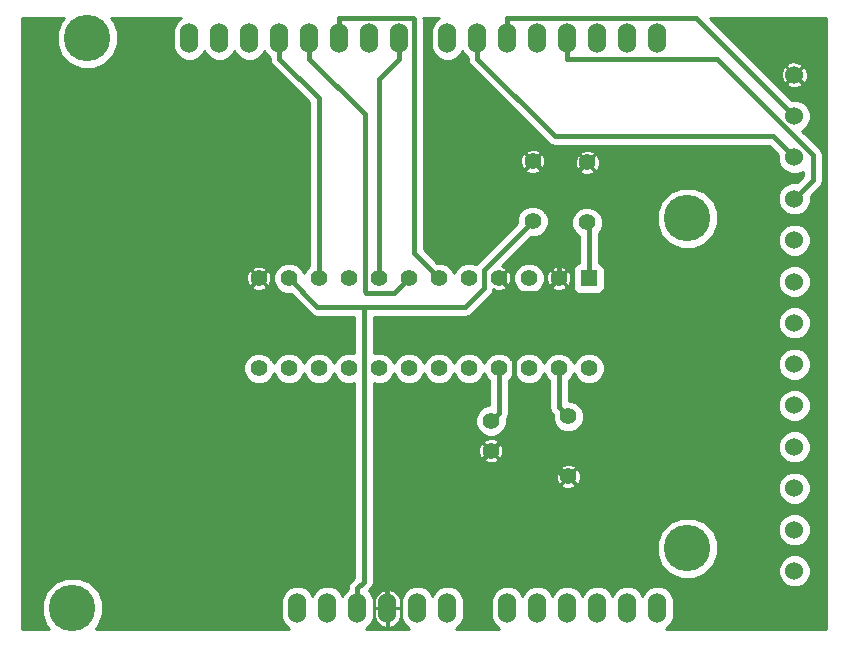
<source format=gbl>
G04 (created by PCBNEW-RS274X (2011-aug-04)-testing) date Fri 14 Sep 2012 05:32:11 PM PDT*
G01*
G70*
G90*
%MOIN*%
G04 Gerber Fmt 3.4, Leading zero omitted, Abs format*
%FSLAX34Y34*%
G04 APERTURE LIST*
%ADD10C,0.006000*%
%ADD11O,0.060000X0.100000*%
%ADD12C,0.155000*%
%ADD13R,0.055000X0.055000*%
%ADD14C,0.055000*%
%ADD15C,0.060000*%
%ADD16C,0.015000*%
%ADD17C,0.010000*%
G04 APERTURE END LIST*
G54D10*
G54D11*
X70237Y-51677D03*
X69237Y-51677D03*
X68237Y-51677D03*
X65237Y-51677D03*
X66237Y-51677D03*
X67237Y-51677D03*
X63237Y-51677D03*
X62237Y-51677D03*
X61237Y-51677D03*
X59237Y-51677D03*
X58237Y-51677D03*
X70237Y-32677D03*
X69237Y-32677D03*
X68237Y-32677D03*
X67237Y-32677D03*
X66237Y-32677D03*
X65237Y-32677D03*
X64237Y-32677D03*
X63237Y-32677D03*
X61637Y-32677D03*
X60637Y-32677D03*
X59637Y-32677D03*
X58637Y-32677D03*
X57637Y-32677D03*
X56637Y-32677D03*
X55637Y-32677D03*
X54637Y-32677D03*
X60237Y-51677D03*
G54D12*
X71237Y-49677D03*
X71237Y-38677D03*
X51237Y-32677D03*
X50737Y-51677D03*
G54D13*
X67951Y-40675D03*
G54D14*
X66951Y-40675D03*
X65951Y-40675D03*
X64951Y-40675D03*
X63951Y-40675D03*
X62951Y-40675D03*
X61951Y-40675D03*
X60951Y-40675D03*
X59951Y-40675D03*
X58951Y-40675D03*
X57951Y-40675D03*
X56951Y-40675D03*
X56951Y-43675D03*
X57951Y-43675D03*
X58951Y-43675D03*
X59951Y-43675D03*
X60951Y-43675D03*
X61951Y-43675D03*
X62951Y-43675D03*
X63951Y-43675D03*
X64951Y-43675D03*
X65951Y-43675D03*
X66951Y-43675D03*
X67951Y-43675D03*
G54D15*
X74804Y-50429D03*
X74803Y-49052D03*
X74802Y-47671D03*
X74803Y-46294D03*
X74803Y-44916D03*
X74803Y-43540D03*
X74803Y-42161D03*
X74802Y-40783D03*
X74802Y-39405D03*
X74802Y-38025D03*
X74801Y-35271D03*
X74802Y-36649D03*
X74802Y-33893D03*
G54D14*
X67264Y-45280D03*
X67264Y-47280D03*
X67894Y-38815D03*
X67894Y-36815D03*
X66083Y-38776D03*
X66083Y-36776D03*
X64685Y-45425D03*
X64685Y-46425D03*
G54D16*
X67951Y-38872D02*
X67951Y-40675D01*
X67894Y-38815D02*
X67951Y-38872D01*
X63834Y-41629D02*
X60451Y-41629D01*
X64451Y-41012D02*
X63834Y-41629D01*
X64451Y-40408D02*
X64451Y-41012D01*
X66083Y-38776D02*
X64451Y-40408D01*
X58905Y-41629D02*
X57951Y-40675D01*
X60451Y-41629D02*
X58905Y-41629D01*
X60451Y-50785D02*
X60237Y-50999D01*
X60451Y-41629D02*
X60451Y-50785D01*
X60237Y-51677D02*
X60237Y-50999D01*
X62077Y-31999D02*
X59637Y-31999D01*
X62119Y-32041D02*
X62077Y-31999D01*
X62119Y-39843D02*
X62119Y-32041D01*
X62951Y-40675D02*
X62119Y-39843D01*
X59637Y-32677D02*
X59637Y-31999D01*
X72208Y-33355D02*
X67237Y-33355D01*
X75428Y-36575D02*
X72208Y-33355D01*
X75428Y-37399D02*
X75428Y-36575D01*
X74802Y-38025D02*
X75428Y-37399D01*
X67237Y-32677D02*
X67237Y-33355D01*
X71529Y-31999D02*
X65237Y-31999D01*
X74801Y-35271D02*
X71529Y-31999D01*
X65237Y-32677D02*
X65237Y-31999D01*
X64237Y-32677D02*
X64237Y-33355D01*
X74090Y-35937D02*
X74802Y-36649D01*
X66819Y-35937D02*
X74090Y-35937D01*
X64237Y-33355D02*
X66819Y-35937D01*
X58951Y-34669D02*
X57637Y-33355D01*
X58951Y-40675D02*
X58951Y-34669D01*
X57637Y-32677D02*
X57637Y-33355D01*
X60494Y-35212D02*
X58637Y-33355D01*
X60494Y-41114D02*
X60494Y-35212D01*
X60537Y-41157D02*
X60494Y-41114D01*
X61469Y-41157D02*
X60537Y-41157D01*
X61951Y-40675D02*
X61469Y-41157D01*
X58637Y-32677D02*
X58637Y-33355D01*
X60951Y-34041D02*
X61637Y-33355D01*
X60951Y-40675D02*
X60951Y-34041D01*
X61637Y-32677D02*
X61637Y-33355D01*
X67065Y-37644D02*
X67894Y-36815D01*
X66951Y-37644D02*
X67065Y-37644D01*
X66951Y-37644D02*
X66083Y-36776D01*
X61237Y-49873D02*
X61237Y-51677D01*
X64685Y-46425D02*
X61237Y-49873D01*
X65451Y-45659D02*
X64685Y-46425D01*
X67072Y-47280D02*
X65451Y-45659D01*
X67264Y-47280D02*
X67072Y-47280D01*
X66951Y-40675D02*
X66951Y-37644D01*
X66451Y-41175D02*
X65451Y-41175D01*
X66951Y-40675D02*
X66451Y-41175D01*
X65451Y-45659D02*
X65451Y-41175D01*
X65451Y-41175D02*
X64951Y-40675D01*
X64951Y-45159D02*
X64951Y-43675D01*
X64685Y-45425D02*
X64951Y-45159D01*
X66951Y-44967D02*
X66951Y-43675D01*
X67264Y-45280D02*
X66951Y-44967D01*
G54D10*
G36*
X60126Y-50650D02*
X60007Y-50769D01*
X59937Y-50875D01*
X59912Y-50999D01*
X59912Y-51024D01*
X59780Y-51157D01*
X59737Y-51259D01*
X59695Y-51157D01*
X59543Y-51006D01*
X59345Y-50923D01*
X59130Y-50923D01*
X58931Y-51005D01*
X58780Y-51157D01*
X58737Y-51259D01*
X58695Y-51157D01*
X58543Y-51006D01*
X58345Y-50923D01*
X58130Y-50923D01*
X57931Y-51005D01*
X57780Y-51157D01*
X57697Y-51355D01*
X57697Y-51570D01*
X57697Y-51998D01*
X57779Y-52197D01*
X57931Y-52348D01*
X57940Y-52352D01*
X51511Y-52352D01*
X51605Y-52258D01*
X51762Y-51882D01*
X51762Y-51474D01*
X51606Y-51097D01*
X51318Y-50809D01*
X50942Y-50652D01*
X50534Y-50652D01*
X50157Y-50808D01*
X49869Y-51096D01*
X49712Y-51472D01*
X49712Y-51880D01*
X49868Y-52257D01*
X49963Y-52352D01*
X49045Y-52352D01*
X49045Y-31998D01*
X50467Y-31998D01*
X50369Y-32096D01*
X50212Y-32472D01*
X50212Y-32880D01*
X50368Y-33257D01*
X50656Y-33545D01*
X51032Y-33702D01*
X51440Y-33702D01*
X51817Y-33546D01*
X52105Y-33258D01*
X52262Y-32882D01*
X52262Y-32474D01*
X52106Y-32097D01*
X52007Y-31998D01*
X54347Y-31998D01*
X54331Y-32005D01*
X54180Y-32157D01*
X54097Y-32355D01*
X54097Y-32570D01*
X54097Y-32998D01*
X54179Y-33197D01*
X54331Y-33348D01*
X54529Y-33431D01*
X54744Y-33431D01*
X54943Y-33349D01*
X55094Y-33197D01*
X55136Y-33094D01*
X55179Y-33197D01*
X55331Y-33348D01*
X55529Y-33431D01*
X55744Y-33431D01*
X55943Y-33349D01*
X56094Y-33197D01*
X56136Y-33094D01*
X56179Y-33197D01*
X56331Y-33348D01*
X56529Y-33431D01*
X56744Y-33431D01*
X56943Y-33349D01*
X57094Y-33197D01*
X57136Y-33094D01*
X57179Y-33197D01*
X57312Y-33329D01*
X57312Y-33355D01*
X57337Y-33479D01*
X57407Y-33585D01*
X58626Y-34804D01*
X58626Y-40257D01*
X58506Y-40377D01*
X58450Y-40510D01*
X58396Y-40378D01*
X58249Y-40230D01*
X58056Y-40150D01*
X57847Y-40150D01*
X57654Y-40230D01*
X57506Y-40377D01*
X57426Y-40570D01*
X57426Y-40779D01*
X57506Y-40972D01*
X57653Y-41120D01*
X57846Y-41200D01*
X58016Y-41200D01*
X58675Y-41859D01*
X58780Y-41929D01*
X58781Y-41929D01*
X58905Y-41954D01*
X60126Y-41954D01*
X60126Y-43179D01*
X60056Y-43150D01*
X59847Y-43150D01*
X59654Y-43230D01*
X59506Y-43377D01*
X59450Y-43510D01*
X59396Y-43378D01*
X59249Y-43230D01*
X59056Y-43150D01*
X58847Y-43150D01*
X58654Y-43230D01*
X58506Y-43377D01*
X58450Y-43510D01*
X58396Y-43378D01*
X58249Y-43230D01*
X58056Y-43150D01*
X57847Y-43150D01*
X57654Y-43230D01*
X57506Y-43377D01*
X57450Y-43510D01*
X57396Y-43378D01*
X57369Y-43350D01*
X57369Y-40604D01*
X57310Y-40449D01*
X57297Y-40430D01*
X57228Y-40405D01*
X57221Y-40412D01*
X57221Y-40398D01*
X57196Y-40329D01*
X57045Y-40261D01*
X56880Y-40257D01*
X56725Y-40316D01*
X56706Y-40329D01*
X56681Y-40398D01*
X56951Y-40668D01*
X57221Y-40398D01*
X57221Y-40412D01*
X56958Y-40675D01*
X57228Y-40945D01*
X57297Y-40920D01*
X57365Y-40769D01*
X57369Y-40604D01*
X57369Y-43350D01*
X57249Y-43230D01*
X57221Y-43218D01*
X57221Y-40952D01*
X56951Y-40682D01*
X56944Y-40689D01*
X56944Y-40675D01*
X56674Y-40405D01*
X56605Y-40430D01*
X56537Y-40581D01*
X56533Y-40746D01*
X56592Y-40901D01*
X56605Y-40920D01*
X56674Y-40945D01*
X56944Y-40675D01*
X56944Y-40689D01*
X56681Y-40952D01*
X56706Y-41021D01*
X56857Y-41089D01*
X57022Y-41093D01*
X57177Y-41034D01*
X57196Y-41021D01*
X57221Y-40952D01*
X57221Y-43218D01*
X57056Y-43150D01*
X56847Y-43150D01*
X56654Y-43230D01*
X56506Y-43377D01*
X56426Y-43570D01*
X56426Y-43779D01*
X56506Y-43972D01*
X56653Y-44120D01*
X56846Y-44200D01*
X57055Y-44200D01*
X57248Y-44120D01*
X57396Y-43973D01*
X57451Y-43839D01*
X57506Y-43972D01*
X57653Y-44120D01*
X57846Y-44200D01*
X58055Y-44200D01*
X58248Y-44120D01*
X58396Y-43973D01*
X58451Y-43839D01*
X58506Y-43972D01*
X58653Y-44120D01*
X58846Y-44200D01*
X59055Y-44200D01*
X59248Y-44120D01*
X59396Y-43973D01*
X59451Y-43839D01*
X59506Y-43972D01*
X59653Y-44120D01*
X59846Y-44200D01*
X60055Y-44200D01*
X60126Y-44170D01*
X60126Y-50650D01*
X60126Y-50650D01*
G37*
G54D17*
X60126Y-50650D02*
X60007Y-50769D01*
X59937Y-50875D01*
X59912Y-50999D01*
X59912Y-51024D01*
X59780Y-51157D01*
X59737Y-51259D01*
X59695Y-51157D01*
X59543Y-51006D01*
X59345Y-50923D01*
X59130Y-50923D01*
X58931Y-51005D01*
X58780Y-51157D01*
X58737Y-51259D01*
X58695Y-51157D01*
X58543Y-51006D01*
X58345Y-50923D01*
X58130Y-50923D01*
X57931Y-51005D01*
X57780Y-51157D01*
X57697Y-51355D01*
X57697Y-51570D01*
X57697Y-51998D01*
X57779Y-52197D01*
X57931Y-52348D01*
X57940Y-52352D01*
X51511Y-52352D01*
X51605Y-52258D01*
X51762Y-51882D01*
X51762Y-51474D01*
X51606Y-51097D01*
X51318Y-50809D01*
X50942Y-50652D01*
X50534Y-50652D01*
X50157Y-50808D01*
X49869Y-51096D01*
X49712Y-51472D01*
X49712Y-51880D01*
X49868Y-52257D01*
X49963Y-52352D01*
X49045Y-52352D01*
X49045Y-31998D01*
X50467Y-31998D01*
X50369Y-32096D01*
X50212Y-32472D01*
X50212Y-32880D01*
X50368Y-33257D01*
X50656Y-33545D01*
X51032Y-33702D01*
X51440Y-33702D01*
X51817Y-33546D01*
X52105Y-33258D01*
X52262Y-32882D01*
X52262Y-32474D01*
X52106Y-32097D01*
X52007Y-31998D01*
X54347Y-31998D01*
X54331Y-32005D01*
X54180Y-32157D01*
X54097Y-32355D01*
X54097Y-32570D01*
X54097Y-32998D01*
X54179Y-33197D01*
X54331Y-33348D01*
X54529Y-33431D01*
X54744Y-33431D01*
X54943Y-33349D01*
X55094Y-33197D01*
X55136Y-33094D01*
X55179Y-33197D01*
X55331Y-33348D01*
X55529Y-33431D01*
X55744Y-33431D01*
X55943Y-33349D01*
X56094Y-33197D01*
X56136Y-33094D01*
X56179Y-33197D01*
X56331Y-33348D01*
X56529Y-33431D01*
X56744Y-33431D01*
X56943Y-33349D01*
X57094Y-33197D01*
X57136Y-33094D01*
X57179Y-33197D01*
X57312Y-33329D01*
X57312Y-33355D01*
X57337Y-33479D01*
X57407Y-33585D01*
X58626Y-34804D01*
X58626Y-40257D01*
X58506Y-40377D01*
X58450Y-40510D01*
X58396Y-40378D01*
X58249Y-40230D01*
X58056Y-40150D01*
X57847Y-40150D01*
X57654Y-40230D01*
X57506Y-40377D01*
X57426Y-40570D01*
X57426Y-40779D01*
X57506Y-40972D01*
X57653Y-41120D01*
X57846Y-41200D01*
X58016Y-41200D01*
X58675Y-41859D01*
X58780Y-41929D01*
X58781Y-41929D01*
X58905Y-41954D01*
X60126Y-41954D01*
X60126Y-43179D01*
X60056Y-43150D01*
X59847Y-43150D01*
X59654Y-43230D01*
X59506Y-43377D01*
X59450Y-43510D01*
X59396Y-43378D01*
X59249Y-43230D01*
X59056Y-43150D01*
X58847Y-43150D01*
X58654Y-43230D01*
X58506Y-43377D01*
X58450Y-43510D01*
X58396Y-43378D01*
X58249Y-43230D01*
X58056Y-43150D01*
X57847Y-43150D01*
X57654Y-43230D01*
X57506Y-43377D01*
X57450Y-43510D01*
X57396Y-43378D01*
X57369Y-43350D01*
X57369Y-40604D01*
X57310Y-40449D01*
X57297Y-40430D01*
X57228Y-40405D01*
X57221Y-40412D01*
X57221Y-40398D01*
X57196Y-40329D01*
X57045Y-40261D01*
X56880Y-40257D01*
X56725Y-40316D01*
X56706Y-40329D01*
X56681Y-40398D01*
X56951Y-40668D01*
X57221Y-40398D01*
X57221Y-40412D01*
X56958Y-40675D01*
X57228Y-40945D01*
X57297Y-40920D01*
X57365Y-40769D01*
X57369Y-40604D01*
X57369Y-43350D01*
X57249Y-43230D01*
X57221Y-43218D01*
X57221Y-40952D01*
X56951Y-40682D01*
X56944Y-40689D01*
X56944Y-40675D01*
X56674Y-40405D01*
X56605Y-40430D01*
X56537Y-40581D01*
X56533Y-40746D01*
X56592Y-40901D01*
X56605Y-40920D01*
X56674Y-40945D01*
X56944Y-40675D01*
X56944Y-40689D01*
X56681Y-40952D01*
X56706Y-41021D01*
X56857Y-41089D01*
X57022Y-41093D01*
X57177Y-41034D01*
X57196Y-41021D01*
X57221Y-40952D01*
X57221Y-43218D01*
X57056Y-43150D01*
X56847Y-43150D01*
X56654Y-43230D01*
X56506Y-43377D01*
X56426Y-43570D01*
X56426Y-43779D01*
X56506Y-43972D01*
X56653Y-44120D01*
X56846Y-44200D01*
X57055Y-44200D01*
X57248Y-44120D01*
X57396Y-43973D01*
X57451Y-43839D01*
X57506Y-43972D01*
X57653Y-44120D01*
X57846Y-44200D01*
X58055Y-44200D01*
X58248Y-44120D01*
X58396Y-43973D01*
X58451Y-43839D01*
X58506Y-43972D01*
X58653Y-44120D01*
X58846Y-44200D01*
X59055Y-44200D01*
X59248Y-44120D01*
X59396Y-43973D01*
X59451Y-43839D01*
X59506Y-43972D01*
X59653Y-44120D01*
X59846Y-44200D01*
X60055Y-44200D01*
X60126Y-44170D01*
X60126Y-50650D01*
G54D10*
G36*
X75856Y-52352D02*
X75353Y-52352D01*
X75353Y-50538D01*
X75353Y-50320D01*
X75352Y-50317D01*
X75352Y-49161D01*
X75352Y-48943D01*
X75352Y-46403D01*
X75352Y-46185D01*
X75352Y-45025D01*
X75352Y-44807D01*
X75352Y-43649D01*
X75352Y-43431D01*
X75352Y-42270D01*
X75352Y-42052D01*
X75351Y-42049D01*
X75351Y-40892D01*
X75351Y-40674D01*
X75351Y-39514D01*
X75351Y-39296D01*
X75267Y-39094D01*
X75113Y-38940D01*
X74911Y-38856D01*
X74693Y-38856D01*
X74491Y-38940D01*
X74337Y-39094D01*
X74253Y-39296D01*
X74253Y-39514D01*
X74337Y-39716D01*
X74491Y-39870D01*
X74693Y-39954D01*
X74911Y-39954D01*
X75113Y-39870D01*
X75267Y-39716D01*
X75351Y-39514D01*
X75351Y-40674D01*
X75267Y-40472D01*
X75113Y-40318D01*
X74911Y-40234D01*
X74693Y-40234D01*
X74491Y-40318D01*
X74337Y-40472D01*
X74253Y-40674D01*
X74253Y-40892D01*
X74337Y-41094D01*
X74491Y-41248D01*
X74693Y-41332D01*
X74911Y-41332D01*
X75113Y-41248D01*
X75267Y-41094D01*
X75351Y-40892D01*
X75351Y-42049D01*
X75268Y-41850D01*
X75114Y-41696D01*
X74912Y-41612D01*
X74694Y-41612D01*
X74492Y-41696D01*
X74338Y-41850D01*
X74254Y-42052D01*
X74254Y-42270D01*
X74338Y-42472D01*
X74492Y-42626D01*
X74694Y-42710D01*
X74912Y-42710D01*
X75114Y-42626D01*
X75268Y-42472D01*
X75352Y-42270D01*
X75352Y-43431D01*
X75268Y-43229D01*
X75114Y-43075D01*
X74912Y-42991D01*
X74694Y-42991D01*
X74492Y-43075D01*
X74338Y-43229D01*
X74254Y-43431D01*
X74254Y-43649D01*
X74338Y-43851D01*
X74492Y-44005D01*
X74694Y-44089D01*
X74912Y-44089D01*
X75114Y-44005D01*
X75268Y-43851D01*
X75352Y-43649D01*
X75352Y-44807D01*
X75268Y-44605D01*
X75114Y-44451D01*
X74912Y-44367D01*
X74694Y-44367D01*
X74492Y-44451D01*
X74338Y-44605D01*
X74254Y-44807D01*
X74254Y-45025D01*
X74338Y-45227D01*
X74492Y-45381D01*
X74694Y-45465D01*
X74912Y-45465D01*
X75114Y-45381D01*
X75268Y-45227D01*
X75352Y-45025D01*
X75352Y-46185D01*
X75268Y-45983D01*
X75114Y-45829D01*
X74912Y-45745D01*
X74694Y-45745D01*
X74492Y-45829D01*
X74338Y-45983D01*
X74254Y-46185D01*
X74254Y-46403D01*
X74338Y-46605D01*
X74492Y-46759D01*
X74694Y-46843D01*
X74912Y-46843D01*
X75114Y-46759D01*
X75268Y-46605D01*
X75352Y-46403D01*
X75352Y-48943D01*
X75351Y-48940D01*
X75351Y-47780D01*
X75351Y-47562D01*
X75267Y-47360D01*
X75113Y-47206D01*
X74911Y-47122D01*
X74693Y-47122D01*
X74491Y-47206D01*
X74337Y-47360D01*
X74253Y-47562D01*
X74253Y-47780D01*
X74337Y-47982D01*
X74491Y-48136D01*
X74693Y-48220D01*
X74911Y-48220D01*
X75113Y-48136D01*
X75267Y-47982D01*
X75351Y-47780D01*
X75351Y-48940D01*
X75268Y-48741D01*
X75114Y-48587D01*
X74912Y-48503D01*
X74694Y-48503D01*
X74492Y-48587D01*
X74338Y-48741D01*
X74254Y-48943D01*
X74254Y-49161D01*
X74338Y-49363D01*
X74492Y-49517D01*
X74694Y-49601D01*
X74912Y-49601D01*
X75114Y-49517D01*
X75268Y-49363D01*
X75352Y-49161D01*
X75352Y-50317D01*
X75269Y-50118D01*
X75115Y-49964D01*
X74913Y-49880D01*
X74695Y-49880D01*
X74493Y-49964D01*
X74339Y-50118D01*
X74255Y-50320D01*
X74255Y-50538D01*
X74339Y-50740D01*
X74493Y-50894D01*
X74695Y-50978D01*
X74913Y-50978D01*
X75115Y-50894D01*
X75269Y-50740D01*
X75353Y-50538D01*
X75353Y-52352D01*
X72262Y-52352D01*
X72262Y-49882D01*
X72262Y-49474D01*
X72262Y-38882D01*
X72262Y-38474D01*
X72106Y-38097D01*
X71818Y-37809D01*
X71442Y-37652D01*
X71034Y-37652D01*
X70657Y-37808D01*
X70369Y-38096D01*
X70212Y-38472D01*
X70212Y-38880D01*
X70368Y-39257D01*
X70656Y-39545D01*
X71032Y-39702D01*
X71440Y-39702D01*
X71817Y-39546D01*
X72105Y-39258D01*
X72262Y-38882D01*
X72262Y-49474D01*
X72106Y-49097D01*
X71818Y-48809D01*
X71442Y-48652D01*
X71034Y-48652D01*
X70657Y-48808D01*
X70369Y-49096D01*
X70212Y-49472D01*
X70212Y-49880D01*
X70368Y-50257D01*
X70656Y-50545D01*
X71032Y-50702D01*
X71440Y-50702D01*
X71817Y-50546D01*
X72105Y-50258D01*
X72262Y-49882D01*
X72262Y-52352D01*
X70535Y-52352D01*
X70543Y-52349D01*
X70694Y-52197D01*
X70777Y-51999D01*
X70777Y-51784D01*
X70777Y-51356D01*
X70695Y-51157D01*
X70543Y-51006D01*
X70345Y-50923D01*
X70130Y-50923D01*
X69931Y-51005D01*
X69780Y-51157D01*
X69737Y-51259D01*
X69695Y-51157D01*
X69543Y-51006D01*
X69345Y-50923D01*
X69130Y-50923D01*
X68931Y-51005D01*
X68780Y-51157D01*
X68737Y-51259D01*
X68695Y-51157D01*
X68543Y-51006D01*
X68345Y-50923D01*
X68130Y-50923D01*
X67931Y-51005D01*
X67780Y-51157D01*
X67737Y-51259D01*
X67695Y-51157D01*
X67682Y-51144D01*
X67682Y-47209D01*
X67623Y-47054D01*
X67610Y-47035D01*
X67541Y-47010D01*
X67534Y-47017D01*
X67534Y-47003D01*
X67509Y-46934D01*
X67358Y-46866D01*
X67193Y-46862D01*
X67038Y-46921D01*
X67019Y-46934D01*
X66994Y-47003D01*
X67264Y-47273D01*
X67534Y-47003D01*
X67534Y-47017D01*
X67271Y-47280D01*
X67541Y-47550D01*
X67610Y-47525D01*
X67678Y-47374D01*
X67682Y-47209D01*
X67682Y-51144D01*
X67543Y-51006D01*
X67534Y-51002D01*
X67534Y-47557D01*
X67264Y-47287D01*
X67257Y-47294D01*
X67257Y-47280D01*
X66987Y-47010D01*
X66918Y-47035D01*
X66850Y-47186D01*
X66846Y-47351D01*
X66905Y-47506D01*
X66918Y-47525D01*
X66987Y-47550D01*
X67257Y-47280D01*
X67257Y-47294D01*
X66994Y-47557D01*
X67019Y-47626D01*
X67170Y-47694D01*
X67335Y-47698D01*
X67490Y-47639D01*
X67509Y-47626D01*
X67534Y-47557D01*
X67534Y-51002D01*
X67345Y-50923D01*
X67130Y-50923D01*
X66931Y-51005D01*
X66780Y-51157D01*
X66737Y-51259D01*
X66695Y-51157D01*
X66543Y-51006D01*
X66345Y-50923D01*
X66130Y-50923D01*
X65931Y-51005D01*
X65780Y-51157D01*
X65737Y-51259D01*
X65695Y-51157D01*
X65543Y-51006D01*
X65345Y-50923D01*
X65130Y-50923D01*
X65103Y-50934D01*
X65103Y-46354D01*
X65044Y-46199D01*
X65031Y-46180D01*
X64962Y-46155D01*
X64955Y-46162D01*
X64955Y-46148D01*
X64930Y-46079D01*
X64779Y-46011D01*
X64614Y-46007D01*
X64459Y-46066D01*
X64440Y-46079D01*
X64415Y-46148D01*
X64685Y-46418D01*
X64955Y-46148D01*
X64955Y-46162D01*
X64692Y-46425D01*
X64962Y-46695D01*
X65031Y-46670D01*
X65099Y-46519D01*
X65103Y-46354D01*
X65103Y-50934D01*
X64955Y-50995D01*
X64955Y-46702D01*
X64685Y-46432D01*
X64678Y-46439D01*
X64678Y-46425D01*
X64408Y-46155D01*
X64339Y-46180D01*
X64271Y-46331D01*
X64267Y-46496D01*
X64326Y-46651D01*
X64339Y-46670D01*
X64408Y-46695D01*
X64678Y-46425D01*
X64678Y-46439D01*
X64415Y-46702D01*
X64440Y-46771D01*
X64591Y-46839D01*
X64756Y-46843D01*
X64911Y-46784D01*
X64930Y-46771D01*
X64955Y-46702D01*
X64955Y-50995D01*
X64931Y-51005D01*
X64780Y-51157D01*
X64697Y-51355D01*
X64697Y-51570D01*
X64697Y-51998D01*
X64779Y-52197D01*
X64931Y-52348D01*
X64940Y-52352D01*
X63535Y-52352D01*
X63543Y-52349D01*
X63694Y-52197D01*
X63777Y-51999D01*
X63777Y-51784D01*
X63777Y-51356D01*
X63695Y-51157D01*
X63543Y-51006D01*
X63345Y-50923D01*
X63130Y-50923D01*
X62931Y-51005D01*
X62780Y-51157D01*
X62737Y-51259D01*
X62695Y-51157D01*
X62543Y-51006D01*
X62345Y-50923D01*
X62130Y-50923D01*
X61931Y-51005D01*
X61780Y-51157D01*
X61697Y-51355D01*
X61697Y-51570D01*
X61697Y-51998D01*
X61779Y-52197D01*
X61931Y-52348D01*
X61940Y-52352D01*
X61687Y-52352D01*
X61687Y-51972D01*
X61687Y-51682D01*
X61687Y-51672D01*
X61687Y-51382D01*
X61616Y-51217D01*
X61488Y-51092D01*
X61312Y-51034D01*
X61242Y-51065D01*
X61242Y-51672D01*
X61687Y-51672D01*
X61687Y-51682D01*
X61242Y-51682D01*
X61242Y-52289D01*
X61312Y-52320D01*
X61488Y-52262D01*
X61616Y-52137D01*
X61687Y-51972D01*
X61687Y-52352D01*
X61232Y-52352D01*
X61232Y-52289D01*
X61232Y-51682D01*
X61232Y-51672D01*
X61232Y-51065D01*
X61162Y-51034D01*
X60986Y-51092D01*
X60858Y-51217D01*
X60787Y-51382D01*
X60787Y-51672D01*
X61232Y-51672D01*
X61232Y-51682D01*
X60787Y-51682D01*
X60787Y-51972D01*
X60858Y-52137D01*
X60986Y-52262D01*
X61162Y-52320D01*
X61232Y-52289D01*
X61232Y-52352D01*
X60535Y-52352D01*
X60543Y-52349D01*
X60694Y-52197D01*
X60777Y-51999D01*
X60777Y-51784D01*
X60777Y-51356D01*
X60695Y-51157D01*
X60616Y-51078D01*
X60678Y-51016D01*
X60680Y-51015D01*
X60681Y-51015D01*
X60750Y-50910D01*
X60751Y-50909D01*
X60776Y-50785D01*
X60776Y-44170D01*
X60846Y-44200D01*
X61055Y-44200D01*
X61248Y-44120D01*
X61396Y-43973D01*
X61451Y-43839D01*
X61506Y-43972D01*
X61653Y-44120D01*
X61846Y-44200D01*
X62055Y-44200D01*
X62248Y-44120D01*
X62396Y-43973D01*
X62451Y-43839D01*
X62506Y-43972D01*
X62653Y-44120D01*
X62846Y-44200D01*
X63055Y-44200D01*
X63248Y-44120D01*
X63396Y-43973D01*
X63451Y-43839D01*
X63506Y-43972D01*
X63653Y-44120D01*
X63846Y-44200D01*
X64055Y-44200D01*
X64248Y-44120D01*
X64396Y-43973D01*
X64451Y-43839D01*
X64506Y-43972D01*
X64626Y-44092D01*
X64626Y-44900D01*
X64581Y-44900D01*
X64388Y-44980D01*
X64240Y-45127D01*
X64160Y-45320D01*
X64160Y-45529D01*
X64240Y-45722D01*
X64387Y-45870D01*
X64580Y-45950D01*
X64789Y-45950D01*
X64982Y-45870D01*
X65130Y-45723D01*
X65210Y-45530D01*
X65210Y-45345D01*
X65251Y-45284D01*
X65251Y-45283D01*
X65276Y-45159D01*
X65276Y-44092D01*
X65396Y-43973D01*
X65451Y-43839D01*
X65506Y-43972D01*
X65653Y-44120D01*
X65846Y-44200D01*
X66055Y-44200D01*
X66248Y-44120D01*
X66396Y-43973D01*
X66451Y-43839D01*
X66506Y-43972D01*
X66626Y-44092D01*
X66626Y-44967D01*
X66651Y-45091D01*
X66721Y-45197D01*
X66739Y-45214D01*
X66739Y-45384D01*
X66819Y-45577D01*
X66966Y-45725D01*
X67159Y-45805D01*
X67368Y-45805D01*
X67561Y-45725D01*
X67709Y-45578D01*
X67789Y-45385D01*
X67789Y-45176D01*
X67709Y-44983D01*
X67562Y-44835D01*
X67369Y-44755D01*
X67276Y-44755D01*
X67276Y-44092D01*
X67396Y-43973D01*
X67451Y-43839D01*
X67506Y-43972D01*
X67653Y-44120D01*
X67846Y-44200D01*
X68055Y-44200D01*
X68248Y-44120D01*
X68396Y-43973D01*
X68476Y-43780D01*
X68476Y-43571D01*
X68475Y-43568D01*
X68475Y-41000D01*
X68475Y-40901D01*
X68475Y-40351D01*
X68437Y-40259D01*
X68367Y-40189D01*
X68276Y-40151D01*
X68276Y-39175D01*
X68339Y-39113D01*
X68419Y-38920D01*
X68419Y-38711D01*
X68339Y-38518D01*
X68312Y-38490D01*
X68312Y-36744D01*
X68253Y-36589D01*
X68240Y-36570D01*
X68171Y-36545D01*
X68164Y-36552D01*
X68164Y-36538D01*
X68139Y-36469D01*
X67988Y-36401D01*
X67823Y-36397D01*
X67668Y-36456D01*
X67649Y-36469D01*
X67624Y-36538D01*
X67894Y-36808D01*
X68164Y-36538D01*
X68164Y-36552D01*
X67901Y-36815D01*
X68171Y-37085D01*
X68240Y-37060D01*
X68308Y-36909D01*
X68312Y-36744D01*
X68312Y-38490D01*
X68192Y-38370D01*
X68164Y-38358D01*
X68164Y-37092D01*
X67894Y-36822D01*
X67887Y-36829D01*
X67887Y-36815D01*
X67617Y-36545D01*
X67548Y-36570D01*
X67480Y-36721D01*
X67476Y-36886D01*
X67535Y-37041D01*
X67548Y-37060D01*
X67617Y-37085D01*
X67887Y-36815D01*
X67887Y-36829D01*
X67624Y-37092D01*
X67649Y-37161D01*
X67800Y-37229D01*
X67965Y-37233D01*
X68120Y-37174D01*
X68139Y-37161D01*
X68164Y-37092D01*
X68164Y-38358D01*
X67999Y-38290D01*
X67790Y-38290D01*
X67597Y-38370D01*
X67449Y-38517D01*
X67369Y-38710D01*
X67369Y-38919D01*
X67449Y-39112D01*
X67596Y-39260D01*
X67626Y-39272D01*
X67626Y-40151D01*
X67535Y-40189D01*
X67465Y-40259D01*
X67427Y-40350D01*
X67427Y-40449D01*
X67427Y-40999D01*
X67465Y-41091D01*
X67535Y-41161D01*
X67626Y-41199D01*
X67725Y-41199D01*
X68275Y-41199D01*
X68367Y-41161D01*
X68437Y-41091D01*
X68475Y-41000D01*
X68475Y-43568D01*
X68396Y-43378D01*
X68249Y-43230D01*
X68056Y-43150D01*
X67847Y-43150D01*
X67654Y-43230D01*
X67506Y-43377D01*
X67450Y-43510D01*
X67396Y-43378D01*
X67369Y-43350D01*
X67369Y-40604D01*
X67310Y-40449D01*
X67297Y-40430D01*
X67228Y-40405D01*
X67221Y-40412D01*
X67221Y-40398D01*
X67196Y-40329D01*
X67045Y-40261D01*
X66880Y-40257D01*
X66725Y-40316D01*
X66706Y-40329D01*
X66681Y-40398D01*
X66951Y-40668D01*
X67221Y-40398D01*
X67221Y-40412D01*
X66958Y-40675D01*
X67228Y-40945D01*
X67297Y-40920D01*
X67365Y-40769D01*
X67369Y-40604D01*
X67369Y-43350D01*
X67249Y-43230D01*
X67221Y-43218D01*
X67221Y-40952D01*
X66951Y-40682D01*
X66944Y-40689D01*
X66944Y-40675D01*
X66674Y-40405D01*
X66605Y-40430D01*
X66537Y-40581D01*
X66533Y-40746D01*
X66592Y-40901D01*
X66605Y-40920D01*
X66674Y-40945D01*
X66944Y-40675D01*
X66944Y-40689D01*
X66681Y-40952D01*
X66706Y-41021D01*
X66857Y-41089D01*
X67022Y-41093D01*
X67177Y-41034D01*
X67196Y-41021D01*
X67221Y-40952D01*
X67221Y-43218D01*
X67056Y-43150D01*
X66847Y-43150D01*
X66654Y-43230D01*
X66506Y-43377D01*
X66476Y-43448D01*
X66476Y-40780D01*
X66476Y-40571D01*
X66396Y-40378D01*
X66249Y-40230D01*
X66056Y-40150D01*
X65847Y-40150D01*
X65654Y-40230D01*
X65506Y-40377D01*
X65426Y-40570D01*
X65426Y-40779D01*
X65506Y-40972D01*
X65653Y-41120D01*
X65846Y-41200D01*
X66055Y-41200D01*
X66248Y-41120D01*
X66396Y-40973D01*
X66476Y-40780D01*
X66476Y-43448D01*
X66450Y-43510D01*
X66396Y-43378D01*
X66249Y-43230D01*
X66056Y-43150D01*
X65847Y-43150D01*
X65654Y-43230D01*
X65506Y-43377D01*
X65450Y-43510D01*
X65396Y-43378D01*
X65369Y-43350D01*
X65369Y-40604D01*
X65310Y-40449D01*
X65297Y-40430D01*
X65228Y-40405D01*
X64958Y-40675D01*
X65228Y-40945D01*
X65297Y-40920D01*
X65365Y-40769D01*
X65369Y-40604D01*
X65369Y-43350D01*
X65249Y-43230D01*
X65056Y-43150D01*
X64847Y-43150D01*
X64654Y-43230D01*
X64506Y-43377D01*
X64450Y-43510D01*
X64396Y-43378D01*
X64249Y-43230D01*
X64056Y-43150D01*
X63847Y-43150D01*
X63654Y-43230D01*
X63506Y-43377D01*
X63450Y-43510D01*
X63396Y-43378D01*
X63249Y-43230D01*
X63056Y-43150D01*
X62847Y-43150D01*
X62654Y-43230D01*
X62506Y-43377D01*
X62450Y-43510D01*
X62396Y-43378D01*
X62249Y-43230D01*
X62056Y-43150D01*
X61847Y-43150D01*
X61654Y-43230D01*
X61506Y-43377D01*
X61450Y-43510D01*
X61396Y-43378D01*
X61249Y-43230D01*
X61056Y-43150D01*
X60847Y-43150D01*
X60776Y-43179D01*
X60776Y-41954D01*
X63834Y-41954D01*
X63958Y-41929D01*
X64064Y-41859D01*
X64678Y-41243D01*
X64680Y-41242D01*
X64681Y-41242D01*
X64750Y-41137D01*
X64751Y-41136D01*
X64768Y-41049D01*
X64857Y-41089D01*
X65022Y-41093D01*
X65177Y-41034D01*
X65196Y-41021D01*
X65221Y-40952D01*
X64986Y-40717D01*
X64951Y-40682D01*
X64944Y-40675D01*
X64951Y-40668D01*
X64986Y-40633D01*
X65221Y-40398D01*
X65196Y-40329D01*
X65053Y-40265D01*
X66018Y-39301D01*
X66187Y-39301D01*
X66380Y-39221D01*
X66528Y-39074D01*
X66608Y-38881D01*
X66608Y-38672D01*
X66528Y-38479D01*
X66501Y-38451D01*
X66501Y-36705D01*
X66442Y-36550D01*
X66429Y-36531D01*
X66360Y-36506D01*
X66353Y-36513D01*
X66353Y-36499D01*
X66328Y-36430D01*
X66177Y-36362D01*
X66012Y-36358D01*
X65857Y-36417D01*
X65838Y-36430D01*
X65813Y-36499D01*
X66083Y-36769D01*
X66353Y-36499D01*
X66353Y-36513D01*
X66090Y-36776D01*
X66360Y-37046D01*
X66429Y-37021D01*
X66497Y-36870D01*
X66501Y-36705D01*
X66501Y-38451D01*
X66381Y-38331D01*
X66353Y-38319D01*
X66353Y-37053D01*
X66083Y-36783D01*
X66076Y-36790D01*
X66076Y-36776D01*
X65806Y-36506D01*
X65737Y-36531D01*
X65669Y-36682D01*
X65665Y-36847D01*
X65724Y-37002D01*
X65737Y-37021D01*
X65806Y-37046D01*
X66076Y-36776D01*
X66076Y-36790D01*
X65813Y-37053D01*
X65838Y-37122D01*
X65989Y-37190D01*
X66154Y-37194D01*
X66309Y-37135D01*
X66328Y-37122D01*
X66353Y-37053D01*
X66353Y-38319D01*
X66188Y-38251D01*
X65979Y-38251D01*
X65786Y-38331D01*
X65638Y-38478D01*
X65558Y-38671D01*
X65558Y-38841D01*
X64221Y-40178D01*
X64200Y-40209D01*
X64056Y-40150D01*
X63847Y-40150D01*
X63654Y-40230D01*
X63506Y-40377D01*
X63450Y-40510D01*
X63396Y-40378D01*
X63249Y-40230D01*
X63056Y-40150D01*
X62885Y-40150D01*
X62444Y-39708D01*
X62444Y-32041D01*
X62435Y-31998D01*
X62947Y-31998D01*
X62931Y-32005D01*
X62780Y-32157D01*
X62697Y-32355D01*
X62697Y-32570D01*
X62697Y-32998D01*
X62779Y-33197D01*
X62931Y-33348D01*
X63129Y-33431D01*
X63344Y-33431D01*
X63543Y-33349D01*
X63694Y-33197D01*
X63736Y-33094D01*
X63779Y-33197D01*
X63912Y-33329D01*
X63912Y-33355D01*
X63937Y-33479D01*
X64007Y-33585D01*
X66587Y-36164D01*
X66589Y-36167D01*
X66694Y-36236D01*
X66695Y-36237D01*
X66819Y-36262D01*
X73955Y-36262D01*
X74253Y-36559D01*
X74253Y-36758D01*
X74337Y-36960D01*
X74491Y-37114D01*
X74693Y-37198D01*
X74911Y-37198D01*
X75103Y-37118D01*
X75103Y-37264D01*
X74891Y-37476D01*
X74693Y-37476D01*
X74491Y-37560D01*
X74337Y-37714D01*
X74253Y-37916D01*
X74253Y-38134D01*
X74337Y-38336D01*
X74491Y-38490D01*
X74693Y-38574D01*
X74911Y-38574D01*
X75113Y-38490D01*
X75267Y-38336D01*
X75351Y-38134D01*
X75351Y-37936D01*
X75658Y-37629D01*
X75728Y-37524D01*
X75728Y-37523D01*
X75753Y-37399D01*
X75753Y-36575D01*
X75752Y-36574D01*
X75753Y-36574D01*
X75747Y-36549D01*
X75728Y-36451D01*
X75727Y-36450D01*
X75658Y-36345D01*
X75655Y-36343D01*
X75066Y-35754D01*
X75112Y-35736D01*
X75266Y-35582D01*
X75350Y-35380D01*
X75350Y-35162D01*
X75266Y-34960D01*
X75246Y-34940D01*
X75246Y-33818D01*
X75184Y-33654D01*
X75168Y-33633D01*
X75097Y-33605D01*
X75090Y-33612D01*
X75090Y-33598D01*
X75062Y-33527D01*
X74902Y-33455D01*
X74727Y-33449D01*
X74563Y-33511D01*
X74542Y-33527D01*
X74514Y-33598D01*
X74802Y-33886D01*
X75090Y-33598D01*
X75090Y-33612D01*
X74809Y-33893D01*
X75097Y-34181D01*
X75168Y-34153D01*
X75240Y-33993D01*
X75246Y-33818D01*
X75246Y-34940D01*
X75112Y-34806D01*
X75090Y-34796D01*
X75090Y-34188D01*
X74802Y-33900D01*
X74795Y-33907D01*
X74795Y-33893D01*
X74507Y-33605D01*
X74436Y-33633D01*
X74364Y-33793D01*
X74358Y-33968D01*
X74420Y-34132D01*
X74436Y-34153D01*
X74507Y-34181D01*
X74795Y-33893D01*
X74795Y-33907D01*
X74514Y-34188D01*
X74542Y-34259D01*
X74702Y-34331D01*
X74877Y-34337D01*
X75041Y-34275D01*
X75062Y-34259D01*
X75090Y-34188D01*
X75090Y-34796D01*
X74910Y-34722D01*
X74712Y-34722D01*
X71988Y-31998D01*
X75856Y-31998D01*
X75856Y-52352D01*
X75856Y-52352D01*
G37*
G54D17*
X75856Y-52352D02*
X75353Y-52352D01*
X75353Y-50538D01*
X75353Y-50320D01*
X75352Y-50317D01*
X75352Y-49161D01*
X75352Y-48943D01*
X75352Y-46403D01*
X75352Y-46185D01*
X75352Y-45025D01*
X75352Y-44807D01*
X75352Y-43649D01*
X75352Y-43431D01*
X75352Y-42270D01*
X75352Y-42052D01*
X75351Y-42049D01*
X75351Y-40892D01*
X75351Y-40674D01*
X75351Y-39514D01*
X75351Y-39296D01*
X75267Y-39094D01*
X75113Y-38940D01*
X74911Y-38856D01*
X74693Y-38856D01*
X74491Y-38940D01*
X74337Y-39094D01*
X74253Y-39296D01*
X74253Y-39514D01*
X74337Y-39716D01*
X74491Y-39870D01*
X74693Y-39954D01*
X74911Y-39954D01*
X75113Y-39870D01*
X75267Y-39716D01*
X75351Y-39514D01*
X75351Y-40674D01*
X75267Y-40472D01*
X75113Y-40318D01*
X74911Y-40234D01*
X74693Y-40234D01*
X74491Y-40318D01*
X74337Y-40472D01*
X74253Y-40674D01*
X74253Y-40892D01*
X74337Y-41094D01*
X74491Y-41248D01*
X74693Y-41332D01*
X74911Y-41332D01*
X75113Y-41248D01*
X75267Y-41094D01*
X75351Y-40892D01*
X75351Y-42049D01*
X75268Y-41850D01*
X75114Y-41696D01*
X74912Y-41612D01*
X74694Y-41612D01*
X74492Y-41696D01*
X74338Y-41850D01*
X74254Y-42052D01*
X74254Y-42270D01*
X74338Y-42472D01*
X74492Y-42626D01*
X74694Y-42710D01*
X74912Y-42710D01*
X75114Y-42626D01*
X75268Y-42472D01*
X75352Y-42270D01*
X75352Y-43431D01*
X75268Y-43229D01*
X75114Y-43075D01*
X74912Y-42991D01*
X74694Y-42991D01*
X74492Y-43075D01*
X74338Y-43229D01*
X74254Y-43431D01*
X74254Y-43649D01*
X74338Y-43851D01*
X74492Y-44005D01*
X74694Y-44089D01*
X74912Y-44089D01*
X75114Y-44005D01*
X75268Y-43851D01*
X75352Y-43649D01*
X75352Y-44807D01*
X75268Y-44605D01*
X75114Y-44451D01*
X74912Y-44367D01*
X74694Y-44367D01*
X74492Y-44451D01*
X74338Y-44605D01*
X74254Y-44807D01*
X74254Y-45025D01*
X74338Y-45227D01*
X74492Y-45381D01*
X74694Y-45465D01*
X74912Y-45465D01*
X75114Y-45381D01*
X75268Y-45227D01*
X75352Y-45025D01*
X75352Y-46185D01*
X75268Y-45983D01*
X75114Y-45829D01*
X74912Y-45745D01*
X74694Y-45745D01*
X74492Y-45829D01*
X74338Y-45983D01*
X74254Y-46185D01*
X74254Y-46403D01*
X74338Y-46605D01*
X74492Y-46759D01*
X74694Y-46843D01*
X74912Y-46843D01*
X75114Y-46759D01*
X75268Y-46605D01*
X75352Y-46403D01*
X75352Y-48943D01*
X75351Y-48940D01*
X75351Y-47780D01*
X75351Y-47562D01*
X75267Y-47360D01*
X75113Y-47206D01*
X74911Y-47122D01*
X74693Y-47122D01*
X74491Y-47206D01*
X74337Y-47360D01*
X74253Y-47562D01*
X74253Y-47780D01*
X74337Y-47982D01*
X74491Y-48136D01*
X74693Y-48220D01*
X74911Y-48220D01*
X75113Y-48136D01*
X75267Y-47982D01*
X75351Y-47780D01*
X75351Y-48940D01*
X75268Y-48741D01*
X75114Y-48587D01*
X74912Y-48503D01*
X74694Y-48503D01*
X74492Y-48587D01*
X74338Y-48741D01*
X74254Y-48943D01*
X74254Y-49161D01*
X74338Y-49363D01*
X74492Y-49517D01*
X74694Y-49601D01*
X74912Y-49601D01*
X75114Y-49517D01*
X75268Y-49363D01*
X75352Y-49161D01*
X75352Y-50317D01*
X75269Y-50118D01*
X75115Y-49964D01*
X74913Y-49880D01*
X74695Y-49880D01*
X74493Y-49964D01*
X74339Y-50118D01*
X74255Y-50320D01*
X74255Y-50538D01*
X74339Y-50740D01*
X74493Y-50894D01*
X74695Y-50978D01*
X74913Y-50978D01*
X75115Y-50894D01*
X75269Y-50740D01*
X75353Y-50538D01*
X75353Y-52352D01*
X72262Y-52352D01*
X72262Y-49882D01*
X72262Y-49474D01*
X72262Y-38882D01*
X72262Y-38474D01*
X72106Y-38097D01*
X71818Y-37809D01*
X71442Y-37652D01*
X71034Y-37652D01*
X70657Y-37808D01*
X70369Y-38096D01*
X70212Y-38472D01*
X70212Y-38880D01*
X70368Y-39257D01*
X70656Y-39545D01*
X71032Y-39702D01*
X71440Y-39702D01*
X71817Y-39546D01*
X72105Y-39258D01*
X72262Y-38882D01*
X72262Y-49474D01*
X72106Y-49097D01*
X71818Y-48809D01*
X71442Y-48652D01*
X71034Y-48652D01*
X70657Y-48808D01*
X70369Y-49096D01*
X70212Y-49472D01*
X70212Y-49880D01*
X70368Y-50257D01*
X70656Y-50545D01*
X71032Y-50702D01*
X71440Y-50702D01*
X71817Y-50546D01*
X72105Y-50258D01*
X72262Y-49882D01*
X72262Y-52352D01*
X70535Y-52352D01*
X70543Y-52349D01*
X70694Y-52197D01*
X70777Y-51999D01*
X70777Y-51784D01*
X70777Y-51356D01*
X70695Y-51157D01*
X70543Y-51006D01*
X70345Y-50923D01*
X70130Y-50923D01*
X69931Y-51005D01*
X69780Y-51157D01*
X69737Y-51259D01*
X69695Y-51157D01*
X69543Y-51006D01*
X69345Y-50923D01*
X69130Y-50923D01*
X68931Y-51005D01*
X68780Y-51157D01*
X68737Y-51259D01*
X68695Y-51157D01*
X68543Y-51006D01*
X68345Y-50923D01*
X68130Y-50923D01*
X67931Y-51005D01*
X67780Y-51157D01*
X67737Y-51259D01*
X67695Y-51157D01*
X67682Y-51144D01*
X67682Y-47209D01*
X67623Y-47054D01*
X67610Y-47035D01*
X67541Y-47010D01*
X67534Y-47017D01*
X67534Y-47003D01*
X67509Y-46934D01*
X67358Y-46866D01*
X67193Y-46862D01*
X67038Y-46921D01*
X67019Y-46934D01*
X66994Y-47003D01*
X67264Y-47273D01*
X67534Y-47003D01*
X67534Y-47017D01*
X67271Y-47280D01*
X67541Y-47550D01*
X67610Y-47525D01*
X67678Y-47374D01*
X67682Y-47209D01*
X67682Y-51144D01*
X67543Y-51006D01*
X67534Y-51002D01*
X67534Y-47557D01*
X67264Y-47287D01*
X67257Y-47294D01*
X67257Y-47280D01*
X66987Y-47010D01*
X66918Y-47035D01*
X66850Y-47186D01*
X66846Y-47351D01*
X66905Y-47506D01*
X66918Y-47525D01*
X66987Y-47550D01*
X67257Y-47280D01*
X67257Y-47294D01*
X66994Y-47557D01*
X67019Y-47626D01*
X67170Y-47694D01*
X67335Y-47698D01*
X67490Y-47639D01*
X67509Y-47626D01*
X67534Y-47557D01*
X67534Y-51002D01*
X67345Y-50923D01*
X67130Y-50923D01*
X66931Y-51005D01*
X66780Y-51157D01*
X66737Y-51259D01*
X66695Y-51157D01*
X66543Y-51006D01*
X66345Y-50923D01*
X66130Y-50923D01*
X65931Y-51005D01*
X65780Y-51157D01*
X65737Y-51259D01*
X65695Y-51157D01*
X65543Y-51006D01*
X65345Y-50923D01*
X65130Y-50923D01*
X65103Y-50934D01*
X65103Y-46354D01*
X65044Y-46199D01*
X65031Y-46180D01*
X64962Y-46155D01*
X64955Y-46162D01*
X64955Y-46148D01*
X64930Y-46079D01*
X64779Y-46011D01*
X64614Y-46007D01*
X64459Y-46066D01*
X64440Y-46079D01*
X64415Y-46148D01*
X64685Y-46418D01*
X64955Y-46148D01*
X64955Y-46162D01*
X64692Y-46425D01*
X64962Y-46695D01*
X65031Y-46670D01*
X65099Y-46519D01*
X65103Y-46354D01*
X65103Y-50934D01*
X64955Y-50995D01*
X64955Y-46702D01*
X64685Y-46432D01*
X64678Y-46439D01*
X64678Y-46425D01*
X64408Y-46155D01*
X64339Y-46180D01*
X64271Y-46331D01*
X64267Y-46496D01*
X64326Y-46651D01*
X64339Y-46670D01*
X64408Y-46695D01*
X64678Y-46425D01*
X64678Y-46439D01*
X64415Y-46702D01*
X64440Y-46771D01*
X64591Y-46839D01*
X64756Y-46843D01*
X64911Y-46784D01*
X64930Y-46771D01*
X64955Y-46702D01*
X64955Y-50995D01*
X64931Y-51005D01*
X64780Y-51157D01*
X64697Y-51355D01*
X64697Y-51570D01*
X64697Y-51998D01*
X64779Y-52197D01*
X64931Y-52348D01*
X64940Y-52352D01*
X63535Y-52352D01*
X63543Y-52349D01*
X63694Y-52197D01*
X63777Y-51999D01*
X63777Y-51784D01*
X63777Y-51356D01*
X63695Y-51157D01*
X63543Y-51006D01*
X63345Y-50923D01*
X63130Y-50923D01*
X62931Y-51005D01*
X62780Y-51157D01*
X62737Y-51259D01*
X62695Y-51157D01*
X62543Y-51006D01*
X62345Y-50923D01*
X62130Y-50923D01*
X61931Y-51005D01*
X61780Y-51157D01*
X61697Y-51355D01*
X61697Y-51570D01*
X61697Y-51998D01*
X61779Y-52197D01*
X61931Y-52348D01*
X61940Y-52352D01*
X61687Y-52352D01*
X61687Y-51972D01*
X61687Y-51682D01*
X61687Y-51672D01*
X61687Y-51382D01*
X61616Y-51217D01*
X61488Y-51092D01*
X61312Y-51034D01*
X61242Y-51065D01*
X61242Y-51672D01*
X61687Y-51672D01*
X61687Y-51682D01*
X61242Y-51682D01*
X61242Y-52289D01*
X61312Y-52320D01*
X61488Y-52262D01*
X61616Y-52137D01*
X61687Y-51972D01*
X61687Y-52352D01*
X61232Y-52352D01*
X61232Y-52289D01*
X61232Y-51682D01*
X61232Y-51672D01*
X61232Y-51065D01*
X61162Y-51034D01*
X60986Y-51092D01*
X60858Y-51217D01*
X60787Y-51382D01*
X60787Y-51672D01*
X61232Y-51672D01*
X61232Y-51682D01*
X60787Y-51682D01*
X60787Y-51972D01*
X60858Y-52137D01*
X60986Y-52262D01*
X61162Y-52320D01*
X61232Y-52289D01*
X61232Y-52352D01*
X60535Y-52352D01*
X60543Y-52349D01*
X60694Y-52197D01*
X60777Y-51999D01*
X60777Y-51784D01*
X60777Y-51356D01*
X60695Y-51157D01*
X60616Y-51078D01*
X60678Y-51016D01*
X60680Y-51015D01*
X60681Y-51015D01*
X60750Y-50910D01*
X60751Y-50909D01*
X60776Y-50785D01*
X60776Y-44170D01*
X60846Y-44200D01*
X61055Y-44200D01*
X61248Y-44120D01*
X61396Y-43973D01*
X61451Y-43839D01*
X61506Y-43972D01*
X61653Y-44120D01*
X61846Y-44200D01*
X62055Y-44200D01*
X62248Y-44120D01*
X62396Y-43973D01*
X62451Y-43839D01*
X62506Y-43972D01*
X62653Y-44120D01*
X62846Y-44200D01*
X63055Y-44200D01*
X63248Y-44120D01*
X63396Y-43973D01*
X63451Y-43839D01*
X63506Y-43972D01*
X63653Y-44120D01*
X63846Y-44200D01*
X64055Y-44200D01*
X64248Y-44120D01*
X64396Y-43973D01*
X64451Y-43839D01*
X64506Y-43972D01*
X64626Y-44092D01*
X64626Y-44900D01*
X64581Y-44900D01*
X64388Y-44980D01*
X64240Y-45127D01*
X64160Y-45320D01*
X64160Y-45529D01*
X64240Y-45722D01*
X64387Y-45870D01*
X64580Y-45950D01*
X64789Y-45950D01*
X64982Y-45870D01*
X65130Y-45723D01*
X65210Y-45530D01*
X65210Y-45345D01*
X65251Y-45284D01*
X65251Y-45283D01*
X65276Y-45159D01*
X65276Y-44092D01*
X65396Y-43973D01*
X65451Y-43839D01*
X65506Y-43972D01*
X65653Y-44120D01*
X65846Y-44200D01*
X66055Y-44200D01*
X66248Y-44120D01*
X66396Y-43973D01*
X66451Y-43839D01*
X66506Y-43972D01*
X66626Y-44092D01*
X66626Y-44967D01*
X66651Y-45091D01*
X66721Y-45197D01*
X66739Y-45214D01*
X66739Y-45384D01*
X66819Y-45577D01*
X66966Y-45725D01*
X67159Y-45805D01*
X67368Y-45805D01*
X67561Y-45725D01*
X67709Y-45578D01*
X67789Y-45385D01*
X67789Y-45176D01*
X67709Y-44983D01*
X67562Y-44835D01*
X67369Y-44755D01*
X67276Y-44755D01*
X67276Y-44092D01*
X67396Y-43973D01*
X67451Y-43839D01*
X67506Y-43972D01*
X67653Y-44120D01*
X67846Y-44200D01*
X68055Y-44200D01*
X68248Y-44120D01*
X68396Y-43973D01*
X68476Y-43780D01*
X68476Y-43571D01*
X68475Y-43568D01*
X68475Y-41000D01*
X68475Y-40901D01*
X68475Y-40351D01*
X68437Y-40259D01*
X68367Y-40189D01*
X68276Y-40151D01*
X68276Y-39175D01*
X68339Y-39113D01*
X68419Y-38920D01*
X68419Y-38711D01*
X68339Y-38518D01*
X68312Y-38490D01*
X68312Y-36744D01*
X68253Y-36589D01*
X68240Y-36570D01*
X68171Y-36545D01*
X68164Y-36552D01*
X68164Y-36538D01*
X68139Y-36469D01*
X67988Y-36401D01*
X67823Y-36397D01*
X67668Y-36456D01*
X67649Y-36469D01*
X67624Y-36538D01*
X67894Y-36808D01*
X68164Y-36538D01*
X68164Y-36552D01*
X67901Y-36815D01*
X68171Y-37085D01*
X68240Y-37060D01*
X68308Y-36909D01*
X68312Y-36744D01*
X68312Y-38490D01*
X68192Y-38370D01*
X68164Y-38358D01*
X68164Y-37092D01*
X67894Y-36822D01*
X67887Y-36829D01*
X67887Y-36815D01*
X67617Y-36545D01*
X67548Y-36570D01*
X67480Y-36721D01*
X67476Y-36886D01*
X67535Y-37041D01*
X67548Y-37060D01*
X67617Y-37085D01*
X67887Y-36815D01*
X67887Y-36829D01*
X67624Y-37092D01*
X67649Y-37161D01*
X67800Y-37229D01*
X67965Y-37233D01*
X68120Y-37174D01*
X68139Y-37161D01*
X68164Y-37092D01*
X68164Y-38358D01*
X67999Y-38290D01*
X67790Y-38290D01*
X67597Y-38370D01*
X67449Y-38517D01*
X67369Y-38710D01*
X67369Y-38919D01*
X67449Y-39112D01*
X67596Y-39260D01*
X67626Y-39272D01*
X67626Y-40151D01*
X67535Y-40189D01*
X67465Y-40259D01*
X67427Y-40350D01*
X67427Y-40449D01*
X67427Y-40999D01*
X67465Y-41091D01*
X67535Y-41161D01*
X67626Y-41199D01*
X67725Y-41199D01*
X68275Y-41199D01*
X68367Y-41161D01*
X68437Y-41091D01*
X68475Y-41000D01*
X68475Y-43568D01*
X68396Y-43378D01*
X68249Y-43230D01*
X68056Y-43150D01*
X67847Y-43150D01*
X67654Y-43230D01*
X67506Y-43377D01*
X67450Y-43510D01*
X67396Y-43378D01*
X67369Y-43350D01*
X67369Y-40604D01*
X67310Y-40449D01*
X67297Y-40430D01*
X67228Y-40405D01*
X67221Y-40412D01*
X67221Y-40398D01*
X67196Y-40329D01*
X67045Y-40261D01*
X66880Y-40257D01*
X66725Y-40316D01*
X66706Y-40329D01*
X66681Y-40398D01*
X66951Y-40668D01*
X67221Y-40398D01*
X67221Y-40412D01*
X66958Y-40675D01*
X67228Y-40945D01*
X67297Y-40920D01*
X67365Y-40769D01*
X67369Y-40604D01*
X67369Y-43350D01*
X67249Y-43230D01*
X67221Y-43218D01*
X67221Y-40952D01*
X66951Y-40682D01*
X66944Y-40689D01*
X66944Y-40675D01*
X66674Y-40405D01*
X66605Y-40430D01*
X66537Y-40581D01*
X66533Y-40746D01*
X66592Y-40901D01*
X66605Y-40920D01*
X66674Y-40945D01*
X66944Y-40675D01*
X66944Y-40689D01*
X66681Y-40952D01*
X66706Y-41021D01*
X66857Y-41089D01*
X67022Y-41093D01*
X67177Y-41034D01*
X67196Y-41021D01*
X67221Y-40952D01*
X67221Y-43218D01*
X67056Y-43150D01*
X66847Y-43150D01*
X66654Y-43230D01*
X66506Y-43377D01*
X66476Y-43448D01*
X66476Y-40780D01*
X66476Y-40571D01*
X66396Y-40378D01*
X66249Y-40230D01*
X66056Y-40150D01*
X65847Y-40150D01*
X65654Y-40230D01*
X65506Y-40377D01*
X65426Y-40570D01*
X65426Y-40779D01*
X65506Y-40972D01*
X65653Y-41120D01*
X65846Y-41200D01*
X66055Y-41200D01*
X66248Y-41120D01*
X66396Y-40973D01*
X66476Y-40780D01*
X66476Y-43448D01*
X66450Y-43510D01*
X66396Y-43378D01*
X66249Y-43230D01*
X66056Y-43150D01*
X65847Y-43150D01*
X65654Y-43230D01*
X65506Y-43377D01*
X65450Y-43510D01*
X65396Y-43378D01*
X65369Y-43350D01*
X65369Y-40604D01*
X65310Y-40449D01*
X65297Y-40430D01*
X65228Y-40405D01*
X64958Y-40675D01*
X65228Y-40945D01*
X65297Y-40920D01*
X65365Y-40769D01*
X65369Y-40604D01*
X65369Y-43350D01*
X65249Y-43230D01*
X65056Y-43150D01*
X64847Y-43150D01*
X64654Y-43230D01*
X64506Y-43377D01*
X64450Y-43510D01*
X64396Y-43378D01*
X64249Y-43230D01*
X64056Y-43150D01*
X63847Y-43150D01*
X63654Y-43230D01*
X63506Y-43377D01*
X63450Y-43510D01*
X63396Y-43378D01*
X63249Y-43230D01*
X63056Y-43150D01*
X62847Y-43150D01*
X62654Y-43230D01*
X62506Y-43377D01*
X62450Y-43510D01*
X62396Y-43378D01*
X62249Y-43230D01*
X62056Y-43150D01*
X61847Y-43150D01*
X61654Y-43230D01*
X61506Y-43377D01*
X61450Y-43510D01*
X61396Y-43378D01*
X61249Y-43230D01*
X61056Y-43150D01*
X60847Y-43150D01*
X60776Y-43179D01*
X60776Y-41954D01*
X63834Y-41954D01*
X63958Y-41929D01*
X64064Y-41859D01*
X64678Y-41243D01*
X64680Y-41242D01*
X64681Y-41242D01*
X64750Y-41137D01*
X64751Y-41136D01*
X64768Y-41049D01*
X64857Y-41089D01*
X65022Y-41093D01*
X65177Y-41034D01*
X65196Y-41021D01*
X65221Y-40952D01*
X64986Y-40717D01*
X64951Y-40682D01*
X64944Y-40675D01*
X64951Y-40668D01*
X64986Y-40633D01*
X65221Y-40398D01*
X65196Y-40329D01*
X65053Y-40265D01*
X66018Y-39301D01*
X66187Y-39301D01*
X66380Y-39221D01*
X66528Y-39074D01*
X66608Y-38881D01*
X66608Y-38672D01*
X66528Y-38479D01*
X66501Y-38451D01*
X66501Y-36705D01*
X66442Y-36550D01*
X66429Y-36531D01*
X66360Y-36506D01*
X66353Y-36513D01*
X66353Y-36499D01*
X66328Y-36430D01*
X66177Y-36362D01*
X66012Y-36358D01*
X65857Y-36417D01*
X65838Y-36430D01*
X65813Y-36499D01*
X66083Y-36769D01*
X66353Y-36499D01*
X66353Y-36513D01*
X66090Y-36776D01*
X66360Y-37046D01*
X66429Y-37021D01*
X66497Y-36870D01*
X66501Y-36705D01*
X66501Y-38451D01*
X66381Y-38331D01*
X66353Y-38319D01*
X66353Y-37053D01*
X66083Y-36783D01*
X66076Y-36790D01*
X66076Y-36776D01*
X65806Y-36506D01*
X65737Y-36531D01*
X65669Y-36682D01*
X65665Y-36847D01*
X65724Y-37002D01*
X65737Y-37021D01*
X65806Y-37046D01*
X66076Y-36776D01*
X66076Y-36790D01*
X65813Y-37053D01*
X65838Y-37122D01*
X65989Y-37190D01*
X66154Y-37194D01*
X66309Y-37135D01*
X66328Y-37122D01*
X66353Y-37053D01*
X66353Y-38319D01*
X66188Y-38251D01*
X65979Y-38251D01*
X65786Y-38331D01*
X65638Y-38478D01*
X65558Y-38671D01*
X65558Y-38841D01*
X64221Y-40178D01*
X64200Y-40209D01*
X64056Y-40150D01*
X63847Y-40150D01*
X63654Y-40230D01*
X63506Y-40377D01*
X63450Y-40510D01*
X63396Y-40378D01*
X63249Y-40230D01*
X63056Y-40150D01*
X62885Y-40150D01*
X62444Y-39708D01*
X62444Y-32041D01*
X62435Y-31998D01*
X62947Y-31998D01*
X62931Y-32005D01*
X62780Y-32157D01*
X62697Y-32355D01*
X62697Y-32570D01*
X62697Y-32998D01*
X62779Y-33197D01*
X62931Y-33348D01*
X63129Y-33431D01*
X63344Y-33431D01*
X63543Y-33349D01*
X63694Y-33197D01*
X63736Y-33094D01*
X63779Y-33197D01*
X63912Y-33329D01*
X63912Y-33355D01*
X63937Y-33479D01*
X64007Y-33585D01*
X66587Y-36164D01*
X66589Y-36167D01*
X66694Y-36236D01*
X66695Y-36237D01*
X66819Y-36262D01*
X73955Y-36262D01*
X74253Y-36559D01*
X74253Y-36758D01*
X74337Y-36960D01*
X74491Y-37114D01*
X74693Y-37198D01*
X74911Y-37198D01*
X75103Y-37118D01*
X75103Y-37264D01*
X74891Y-37476D01*
X74693Y-37476D01*
X74491Y-37560D01*
X74337Y-37714D01*
X74253Y-37916D01*
X74253Y-38134D01*
X74337Y-38336D01*
X74491Y-38490D01*
X74693Y-38574D01*
X74911Y-38574D01*
X75113Y-38490D01*
X75267Y-38336D01*
X75351Y-38134D01*
X75351Y-37936D01*
X75658Y-37629D01*
X75728Y-37524D01*
X75728Y-37523D01*
X75753Y-37399D01*
X75753Y-36575D01*
X75752Y-36574D01*
X75753Y-36574D01*
X75747Y-36549D01*
X75728Y-36451D01*
X75727Y-36450D01*
X75658Y-36345D01*
X75655Y-36343D01*
X75066Y-35754D01*
X75112Y-35736D01*
X75266Y-35582D01*
X75350Y-35380D01*
X75350Y-35162D01*
X75266Y-34960D01*
X75246Y-34940D01*
X75246Y-33818D01*
X75184Y-33654D01*
X75168Y-33633D01*
X75097Y-33605D01*
X75090Y-33612D01*
X75090Y-33598D01*
X75062Y-33527D01*
X74902Y-33455D01*
X74727Y-33449D01*
X74563Y-33511D01*
X74542Y-33527D01*
X74514Y-33598D01*
X74802Y-33886D01*
X75090Y-33598D01*
X75090Y-33612D01*
X74809Y-33893D01*
X75097Y-34181D01*
X75168Y-34153D01*
X75240Y-33993D01*
X75246Y-33818D01*
X75246Y-34940D01*
X75112Y-34806D01*
X75090Y-34796D01*
X75090Y-34188D01*
X74802Y-33900D01*
X74795Y-33907D01*
X74795Y-33893D01*
X74507Y-33605D01*
X74436Y-33633D01*
X74364Y-33793D01*
X74358Y-33968D01*
X74420Y-34132D01*
X74436Y-34153D01*
X74507Y-34181D01*
X74795Y-33893D01*
X74795Y-33907D01*
X74514Y-34188D01*
X74542Y-34259D01*
X74702Y-34331D01*
X74877Y-34337D01*
X75041Y-34275D01*
X75062Y-34259D01*
X75090Y-34188D01*
X75090Y-34796D01*
X74910Y-34722D01*
X74712Y-34722D01*
X71988Y-31998D01*
X75856Y-31998D01*
X75856Y-52352D01*
M02*

</source>
